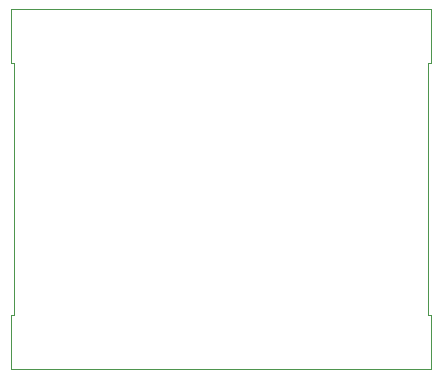
<source format=gbr>
G04 #@! TF.FileFunction,Profile,NP*
%FSLAX46Y46*%
G04 Gerber Fmt 4.6, Leading zero omitted, Abs format (unit mm)*
G04 Created by KiCad (PCBNEW (2015-12-09 BZR 6195)-product) date Mon Sep  5 18:49:27 2016*
%MOMM*%
G01*
G04 APERTURE LIST*
%ADD10C,0.100000*%
G04 APERTURE END LIST*
D10*
X127000000Y-109728000D02*
X127254000Y-109728000D01*
X162306000Y-109728000D02*
X162560000Y-109728000D01*
X162306000Y-88392000D02*
X162560000Y-88392000D01*
X127000000Y-109728000D02*
X127000000Y-114300000D01*
X162560000Y-109728000D02*
X162560000Y-114300000D01*
X162560000Y-83820000D02*
X162560000Y-88392000D01*
X127000000Y-88392000D02*
X127254000Y-88392000D01*
X127000000Y-83820000D02*
X127000000Y-88392000D01*
X162560000Y-83820000D02*
X127000000Y-83820000D01*
X162306000Y-109728000D02*
X162306000Y-88392000D01*
X127000000Y-114300000D02*
X162560000Y-114300000D01*
X127254000Y-88392000D02*
X127254000Y-109728000D01*
M02*

</source>
